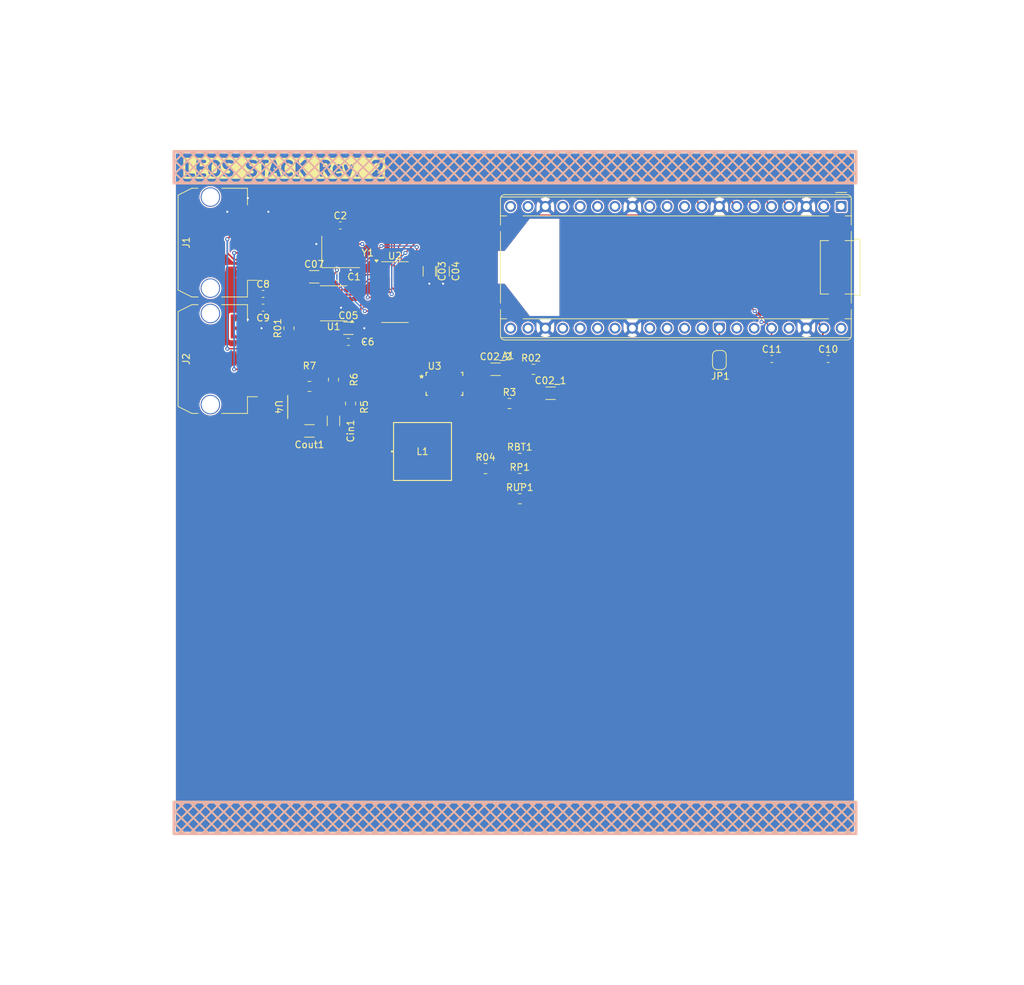
<source format=kicad_pcb>
(kicad_pcb (version 20241229) (generator "pcbnew") (generator_version "9.0")
  (title_block (title "LEOS Stack Template") (date "2025-09-26") (rev "2") (company "Lightning From The Edge of Space"))
  (layers (0 "F.Cu" signal) (2 "B.Cu" signal) (13 "F.Paste" user) (15 "B.Paste" user) (5 "F.SilkS" user "F.Silkscreen") (7 "B.SilkS" user "B.Silkscreen") (1 "F.Mask" user) (3 "B.Mask" user) (25 "Edge.Cuts" user))
  (net 0 "")
  (net 1 "GP14")
  (net 2 "GP21")
  (net 3 "GP20")
  (net 4 "/CAN_SCK")
  (net 5 "UART0_RX")
  (net 6 "GP7")
  (net 7 "GP10")
  (net 8 "GP17")
  (net 9 "ADC2")
  (net 10 "/CAN_MISO")
  (net 11 "UART0_TX")
  (net 12 "I2C0_SCL")
  (net 13 "GND")
  (net 14 "I2C0_SDA")
  (net 16 "VDD")
  (net 17 "GP22")
  (net 18 "RUN")
  (net 20 "GP16")
  (net 21 "GP11")
  (net 22 "GP15")
  (net 23 "Net-(A1-AGND)")
  (net 24 "GP13")
  (net 25 "ADC1")
  (net 26 "GP19")
  (net 27 "GP12")
  (net 28 "ADC0")
  (net 30 "GP18")
  (net 31 "/CAN_INT")
  (net 32 "/CAN_MOSI")
  (net 33 "/CAN_CS")
  (net 34 "+5V")
  (net 35 "/OSC1")
  (net 36 "/OSC2")
  (net 37 "/CAN+")
  (net 38 "/CAN-")
  (net 39 "/RXCAN")
  (net 40 "/TXCAN")
  (net 44 "Net-(U3-VCC)")
  (net 45 "GNDA")
  (net 46 "Net-(U3-BOOT1)")
  (net 47 "Net-(U3-SW1)")
  (net 48 "Net-(U3-SW2)")
  (net 49 "Net-(U3-BOOT2)")
  (net 50 "Net-(U3-COMP)")
  (net 51 "Net-(C06-Pad2)")
  (net 52 "Net-(U3-FSW)")
  (net 53 "Net-(U3-FB{slash}INT)")
  (net 54 "Net-(U3-ISP)")
  (net 56 "VDC")
  (net 57 "Net-(U3-DITH{slash}SYNC)")
  (net 58 "Net-(U3-EN{slash}UVLO)")
  (net 59 "Net-(U3-CDC)")
  (net 60 "+12V")
  (net 61 "/VIN")
  (net 62 "Net-(C06-Pad1)")
  (net 63 "Net-(U4-EN)")
  (net 64 "/FB")
  (net 65 "GNDA2")
  (net 66 "/SW")
  (footprint "Module:RaspberryPi_Pico_Common_THT" (layer "F.Cu") (at 197.62 58.22 -90)
    (property "Reference" "A1" (at 21.78 49.62 0) (layer "F.SilkS") (effects (justify left)))
    (property "Value" "RaspberryPi_Pico")
    (pad "1" thru_hole roundrect (at 0 0 270) (size 1.6 1.6) (drill 1) (layers "*.Cu" "*.Mask") (roundrect_rratio 0.125) (net 11 "UART0_TX"))
    (pad "2" thru_hole circle (at 0 2.54 270) (size 1.6 1.6) (drill 1) (layers "*.Cu" "*.Mask") (net 5 "UART0_RX"))
    (pad "3" thru_hole custom (at 0 5.08 270) (size 1.6 1.6) (drill 1) (layers "*.Cu" "*.Mask") (net 13 "GND") (options (clearance outline) (anchor circle)) (primitives (gr_poly (pts (xy 0.8 0.6) (xy 0.8 -0.6) (xy 0.6 -0.8) (xy 0 -0.8) (xy 0 0.8) (xy 0.6 0.8)) (width 0) (fill yes)) (gr_circle (center 0.6 0.6) (end 0.8 0.6) (width 0) (fill yes)) (gr_circle (center 0.6 -0.6) (end 0.8 -0.6) (width 0) (fill yes))))
    (pad "4" thru_hole circle (at 0 7.62 270) (size 1.6 1.6) (drill 1) (layers "*.Cu" "*.Mask") (net 4 "/CAN_SCK"))
    (pad "5" thru_hole circle (at 0 10.16 270) (size 1.6 1.6) (drill 1) (layers "*.Cu" "*.Mask") (net 32 "/CAN_MOSI"))
    (pad "6" thru_hole circle (at 0 12.7 270) (size 1.6 1.6) (drill 1) (layers "*.Cu" "*.Mask") (net 10 "/CAN_MISO"))
    (pad "7" thru_hole circle (at 0 15.24 270) (size 1.6 1.6) (drill 1) (layers "*.Cu" "*.Mask") (net 33 "/CAN_CS"))
    (pad "8" thru_hole custom (at 0 17.78 270) (size 1.6 1.6) (drill 1) (layers "*.Cu" "*.Mask") (net 13 "GND") (options (clearance outline) (anchor circle)) (primitives (gr_poly (pts (xy 0.8 0.6) (xy 0.8 -0.6) (xy 0.6 -0.8) (xy 0 -0.8) (xy 0 0.8) (xy 0.6 0.8)) (width 0) (fill yes)) (gr_circle (center 0.6 0.6) (end 0.8 0.6) (width 0) (fill yes)) (gr_circle (center 0.6 -0.6) (end 0.8 -0.6) (width 0) (fill yes))))
    (pad "9" thru_hole circle (at 0 20.32 270) (size 1.6 1.6) (drill 1) (layers "*.Cu" "*.Mask") (net 31 "/CAN_INT"))
    (pad "10" thru_hole circle (at 0 22.86 270) (size 1.6 1.6) (drill 1) (layers "*.Cu" "*.Mask") (net 6 "GP7"))
    (pad "11" thru_hole circle (at 0 25.4 270) (size 1.6 1.6) (drill 1) (layers "*.Cu" "*.Mask") (net 14 "I2C0_SDA"))
    (pad "12" thru_hole circle (at 0 27.94 270) (size 1.6 1.6) (drill 1) (layers "*.Cu" "*.Mask") (net 12 "I2C0_SCL"))
    (pad "13" thru_hole custom (at 0 30.48 270) (size 1.6 1.6) (drill 1) (layers "*.Cu" "*.Mask") (net 13 "GND") (options (clearance outline) (anchor circle)) (primitives (gr_poly (pts (xy 0.8 0.6) (xy 0.8 -0.6) (xy 0.6 -0.8) (xy 0 -0.8) (xy 0 0.8) (xy 0.6 0.8)) (width 0) (fill yes)) (gr_circle (center 0.6 0.6) (end 0.8 0.6) (width 0) (fill yes)) (gr_circle (center 0.6 -0.6) (end 0.8 -0.6) (width 0) (fill yes))))
    (pad "14" thru_hole circle (at 0 33.02 270) (size 1.6 1.6) (drill 1) (layers "*.Cu" "*.Mask") (net 7 "GP10"))
    (pad "15" thru_hole circle (at 0 35.56 270) (size 1.6 1.6) (drill 1) (layers "*.Cu" "*.Mask") (net 21 "GP11"))
    (pad "16" thru_hole circle (at 0 38.1 270) (size 1.6 1.6) (drill 1) (layers "*.Cu" "*.Mask") (net 27 "GP12"))
    (pad "17" thru_hole circle (at 0 40.64 270) (size 1.6 1.6) (drill 1) (layers "*.Cu" "*.Mask") (net 24 "GP13"))
    (pad "18" thru_hole custom (at 0 43.18 270) (size 1.6 1.6) (drill 1) (layers "*.Cu" "*.Mask") (net 13 "GND") (options (clearance outline) (anchor circle)) (primitives (gr_poly (pts (xy 0.8 0.6) (xy 0.8 -0.6) (xy 0.6 -0.8) (xy 0 -0.8) (xy 0 0.8) (xy 0.6 0.8)) (width 0) (fill yes)) (gr_circle (center 0.6 0.6) (end 0.8 0.6) (width 0) (fill yes)) (gr_circle (center 0.6 -0.6) (end 0.8 -0.6) (width 0) (fill yes))))
    (pad "19" thru_hole circle (at 0 45.72 270) (size 1.6 1.6) (drill 1) (layers "*.Cu" "*.Mask") (net 1 "GP14"))
    (pad "20" thru_hole circle (at 0 48.26 270) (size 1.6 1.6) (drill 1) (layers "*.Cu" "*.Mask") (net 22 "GP15"))
    (pad "21" thru_hole circle (at 17.78 48.26 270) (size 1.6 1.6) (drill 1) (layers "*.Cu" "*.Mask") (net 20 "GP16"))
    (pad "22" thru_hole circle (at 17.78 45.72 270) (size 1.6 1.6) (drill 1) (layers "*.Cu" "*.Mask") (net 8 "GP17"))
    (pad "23" thru_hole custom (at 17.78 43.18 270) (size 1.6 1.6) (drill 1) (layers "*.Cu" "*.Mask") (net 13 "GND") (options (clearance outline) (anchor circle)) (primitives (gr_poly (pts (xy -0.8 0.6) (xy -0.8 -0.6) (xy -0.6 -0.8) (xy 0 -0.8) (xy 0 0.8) (xy -0.6 0.8)) (width 0) (fill yes)) (gr_circle (center -0.6 0.6) (end -0.4 0.6) (width 0) (fill yes)) (gr_circle (center -0.6 -0.6) (end -0.4 -0.6) (width 0) (fill yes))))
    (pad "24" thru_hole circle (at 17.78 40.64 270) (size 1.6 1.6) (drill 1) (layers "*.Cu" "*.Mask") (net 30 "GP18"))
    (pad "25" thru_hole circle (at 17.78 38.1 270) (size 1.6 1.6) (drill 1) (layers "*.Cu" "*.Mask") (net 26 "GP19"))
    (pad "26" thru_hole circle (at 17.78 35.56 270) (size 1.6 1.6) (drill 1) (layers "*.Cu" "*.Mask") (net 3 "GP20"))
    (pad "27" thru_hole circle (at 17.78 33.02 270) (size 1.6 1.6) (drill 1) (layers "*.Cu" "*.Mask") (net 2 "GP21"))
    (pad "28" thru_hole custom (at 17.78 30.48 270) (size 1.6 1.6) (drill 1) (layers "*.Cu" "*.Mask") (net 13 "GND") (options (clearance outline) (anchor circle)) (primitives (gr_poly (pts (xy -0.8 0.6) (xy -0.8 -0.6) (xy -0.6 -0.8) (xy 0 -0.8) (xy 0 0.8) (xy -0.6 0.8)) (width 0) (fill yes)) (gr_circle (center -0.6 0.6) (end -0.4 0.6) (width 0) (fill yes)) (gr_circle (center -0.6 -0.6) (end -0.4 -0.6) (width 0) (fill yes))))
    (pad "29" thru_hole circle (at 17.78 27.94 270) (size 1.6 1.6) (drill 1) (layers "*.Cu" "*.Mask") (net 17 "GP22"))
    (pad "30" thru_hole circle (at 17.78 25.4 270) (size 1.6 1.6) (drill 1) (layers "*.Cu" "*.Mask") (net 18 "RUN"))
    (pad "31" thru_hole circle (at 17.78 22.86 270) (size 1.6 1.6) (drill 1) (layers "*.Cu" "*.Mask") (net 28 "ADC0"))
    (pad "32" thru_hole circle (at 17.78 20.32 270) (size 1.6 1.6) (drill 1) (layers "*.Cu" "*.Mask") (net 25 "ADC1"))
    (pad "33" thru_hole custom (at 17.78 17.78 270) (size 1.6 1.6) (drill 1) (layers "*.Cu" "*.Mask") (net 23 "Net-(A1-AGND)") (options (clearance outline) (anchor circle)) (primitives (gr_poly (pts (xy -0.8 0.6) (xy -0.8 -0.6) (xy -0.6 -0.8) (xy 0 -0.8) (xy 0 0.8) (xy -0.6 0.8)) (width 0) (fill yes)) (gr_circle (center -0.6 0.6) (end -0.4 0.6) (width 0) (fill yes)) (gr_circle (center -0.6 -0.6) (end -0.4 -0.6) (width 0) (fill yes))))
    (pad "34" thru_hole circle (at 17.78 15.24 270) (size 1.6 1.6) (drill 1) (layers "*.Cu" "*.Mask") (net 9 "ADC2"))
    (pad "35" thru_hole circle (at 17.78 12.7 270) (size 1.6 1.6) (drill 1) (layers "*.Cu" "*.Mask"))
    (pad "36" thru_hole circle (at 17.78 10.16 270) (size 1.6 1.6) (drill 1) (layers "*.Cu" "*.Mask") (net 16 "VDD"))
    (pad "37" thru_hole circle (at 17.78 7.62 270) (size 1.6 1.6) (drill 1) (layers "*.Cu" "*.Mask"))
    (pad "38" thru_hole custom (at 17.78 5.08 270) (size 1.6 1.6) (drill 1) (layers "*.Cu" "*.Mask") (net 13 "GND") (options (clearance outline) (anchor circle)) (primitives (gr_poly (pts (xy -0.8 0.6) (xy -0.8 -0.6) (xy -0.6 -0.8) (xy 0 -0.8) (xy 0 0.8) (xy -0.6 0.8)) (width 0) (fill yes)) (gr_circle (center -0.6 0.6) (end -0.4 0.6) (width 0) (fill yes)) (gr_circle (center -0.6 -0.6) (end -0.4 -0.6) (width 0) (fill yes))))
    (pad "39" thru_hole circle (at 17.78 2.54 270) (size 1.6 1.6) (drill 1) (layers "*.Cu" "*.Mask") (net 34 "+5V"))
    (pad "40" thru_hole circle (at 17.78 0 270) (size 1.6 1.6) (drill 1) (layers "*.Cu" "*.Mask"))
    (zone (net 0) (net_name "") (layers "F.Cu" "B.Cu" "F.Paste" "B.Paste") (name "Antenna Copper Keep Out") (connect_pads (clearance 0)) (min_thickness 0.254)
      (keepout (tracks not_allowed) (vias not_allowed) (pads not_allowed) (copperpour not_allowed) (footprints allowed))
      (fill (thermal_gap 0.508) (thermal_bridge_width 0.508))
      (polygon (pts (xy 148.500105 64.71) (xy 152.150105 60.01) (xy 156.49 60.01) (xy 156.49 74.21) (xy 152.150105 74.21) (xy 148.500105 69.51) (xy 147.49 69.51) (xy 147.49 64.71)))
    )
  )
  (footprint "Package_SO:SOIC-14_3.9x8.7mm_P1.27mm" (layer "F.Cu") (at 132.475 70.73)
    (property "Reference" "U2" (at 0 -5.28 0) (layer "F.SilkS"))
    (property "Value" "MCP2518FD")
    (pad "1" smd roundrect (at -2.475 -3.81) (size 1.95 0.6) (layers "F.Cu" "F.Mask" "F.Paste") (net 40 "/TXCAN"))
    (pad "2" smd roundrect (at -2.475 -2.54) (size 1.95 0.6) (layers "F.Cu" "F.Mask" "F.Paste") (net 39 "/RXCAN"))
    (pad "3" smd roundrect (at -2.475 -1.27) (size 1.95 0.6) (layers "F.Cu" "F.Mask" "F.Paste"))
    (pad "4" smd roundrect (at -2.475 0) (size 1.95 0.6) (layers "F.Cu" "F.Mask" "F.Paste") (net 31 "/CAN_INT"))
    (pad "5" smd roundrect (at -2.475 1.27) (size 1.95 0.6) (layers "F.Cu" "F.Mask" "F.Paste") (net 36 "/OSC2"))
    (pad "6" smd roundrect (at -2.475 2.54) (size 1.95 0.6) (layers "F.Cu" "F.Mask" "F.Paste") (net 35 "/OSC1"))
    (pad "7" smd roundrect (at -2.475 3.81) (size 1.95 0.6) (layers "F.Cu" "F.Mask" "F.Paste") (net 13 "GND"))
    (pad "8" smd roundrect (at 2.475 3.81) (size 1.95 0.6) (layers "F.Cu" "F.Mask" "F.Paste"))
    (pad "9" smd roundrect (at 2.475 2.54) (size 1.95 0.6) (layers "F.Cu" "F.Mask" "F.Paste"))
    (pad "10" smd roundrect (at 2.475 1.27) (size 1.95 0.6) (layers "F.Cu" "F.Mask" "F.Paste") (net 4 "/CAN_SCK"))
    (pad "11" smd roundrect (at 2.475 0) (size 1.95 0.6) (layers "F.Cu" "F.Mask" "F.Paste") (net 32 "/CAN_MOSI"))
    (pad "12" smd roundrect (at 2.475 -1.27) (size 1.95 0.6) (layers "F.Cu" "F.Mask" "F.Paste") (net 10 "/CAN_MISO"))
    (pad "13" smd roundrect (at 2.475 -2.54) (size 1.95 0.6) (layers "F.Cu" "F.Mask" "F.Paste") (net 33 "/CAN_CS"))
    (pad "14" smd roundrect (at 2.475 -3.81) (size 1.95 0.6) (layers "F.Cu" "F.Mask" "F.Paste") (net 16 "VDD"))
  )
  (footprint "Resistor_SMD:R_0805_2012Metric_Pad1.20x1.40mm_HandSolder" (layer "F.Cu") (at 150.69965 97.95)
    (property "Reference" "RP1" (at 0 -1.65 0) (layer "F.SilkS"))
    (property "Value" "10k")
    (pad "1" smd roundrect (at -1 0) (size 1.2 1.4) (layers "F.Cu" "F.Mask" "F.Paste") (roundrect_rratio 0.208333) (net 56 "VDC"))
    (pad "2" smd roundrect (at 1 0) (size 1.2 1.4) (layers "F.Cu" "F.Mask" "F.Paste") (roundrect_rratio 0.208333) (net 58 "Net-(U3-EN{slash}UVLO)"))
  )
  (footprint "Capacitor_SMD:C_1206_3216Metric" (layer "F.Cu") (at 123.5 89.525 -90)
    (property "Reference" "Cin1" (at 1.475 -2.5 90) (layer "F.SilkS"))
    (property "Value" "10uF")
    (pad "1" smd roundrect (at -1.475 0 270) (size 1.15 1.8) (layers "F.Cu" "F.Mask" "F.Paste") (roundrect_rratio 0.217391) (net 61 "/VIN"))
    (pad "2" smd roundrect (at 1.475 0 270) (size 1.15 1.8) (layers "F.Cu" "F.Mask" "F.Paste") (roundrect_rratio 0.217391) (net 13 "GND"))
  )
  (footprint "Resistor_SMD:R_0805_2012Metric_Pad1.20x1.40mm_HandSolder" (layer "F.Cu") (at 152.69965 82)
    (property "Reference" "R02" (at -0.3487 -1.6427 0) (layer "F.SilkS"))
    (property "Value" "20k")
    (pad "1" smd roundrect (at -1 0) (size 1.2 1.4) (layers "F.Cu" "F.Mask" "F.Paste") (roundrect_rratio 0.208333) (net 59 "Net-(U3-CDC)"))
    (pad "2" smd roundrect (at 1 0) (size 1.2 1.4) (layers "F.Cu" "F.Mask" "F.Paste") (roundrect_rratio 0.208333) (net 45 "GNDA"))
  )
  (footprint "Capacitor_SMD:C_1206_3216Metric" (layer "F.Cu") (at 120.68 68.5)
    (property "Reference" "C07" (at 0 -1.85 0) (layer "F.SilkS"))
    (property "Value" "36.5nF")
    (pad "1" smd roundrect (at -1.475 0) (size 1.15 1.8) (layers "F.Cu" "F.Mask" "F.Paste") (roundrect_rratio 0.217391) (net 50 "Net-(U3-COMP)"))
    (pad "2" smd roundrect (at 1.475 0) (size 1.15 1.8) (layers "F.Cu" "F.Mask" "F.Paste") (roundrect_rratio 0.217391) (net 51 "Net-(C06-Pad2)"))
  )
  (footprint "Connector_Molex:Molex_Micro-Fit_3.0_43650-0410_1x04-1MP_P3.00mm_Horizontal_PnP" (layer "F.Cu") (at 105.88 80.5 90)
    (property "Reference" "J2" (at 0 -3.88 90) (layer "F.SilkS"))
    (property "Value" "MicroFit_1x4")
    (pad "1" smd rect (at -4.5 5.12 90) (size 1.27 2.92) (layers "F.Cu" "F.Mask" "F.Paste") (net 34 "+5V"))
    (pad "2" smd rect (at -1.5 5.12 90) (size 1.27 2.92) (layers "F.Cu" "F.Mask" "F.Paste") (net 37 "/CAN+"))
    (pad "3" smd rect (at 1.5 5.12 90) (size 1.27 2.92) (layers "F.Cu" "F.Mask" "F.Paste") (net 38 "/CAN-"))
    (pad "4" smd rect (at 4.5 5.12 90) (size 1.27 2.92) (layers "F.Cu" "F.Mask" "F.Paste") (net 13 "GND"))
    (pad "MP" thru_hole circle (at -6.65 -0.35 90) (size 2.84 2.84) (drill 2.54) (property pad_prop_heatsink) (layers "*.Cu" "*.Mask"))
    (pad "MP" thru_hole circle (at 6.65 -0.35 90) (size 2.84 2.84) (drill 2.54) (property pad_prop_heatsink) (layers "*.Cu" "*.Mask"))
  )
  (footprint "LEOS:VQFN21_RYQ_TEX" (layer "F.Cu") (at 139.699146 84.1254)
    (property "Reference" "U3" (at -1.4351 -2.5938 0) (layer "F.SilkS"))
    (property "Value" "TPS55287" (hide yes))
    (fp_poly (pts (xy -0.127 -1.698803) (xy -0.127 -1.1811) (xy -0.1651 -1.1811) (xy -0.1651 1.1811) (xy -0.127 1.1811) (xy -0.127 1.6988) (xy 0.127 1.698803) (xy 0.127 1.1811) (xy 0.1651 1.1811) (xy 0.1651 -1.1811) (xy 0.127 -1.1811) (xy 0.127 -1.698803)) (fill yes) (layer "F.Cu"))
    (fp_text user "*" (at -3.339846 -0.750189 0) (layer "F.SilkS"))
    (fp_text user "*" (at -3.339846 -0.750189 0) (layer "F.SilkS"))
    (pad "1" smd rect (at -2.400046 -0.750189) (size 0.6096 0.254) (layers "F.Cu" "F.Mask" "F.Paste") (net 58 "Net-(U3-EN{slash}UVLO)"))
    (pad "2" smd rect (at -2.400046 -0.250063) (size 0.6096 0.254) (layers "F.Cu" "F.Mask" "F.Paste") (net 13 "GND"))
    (pad "3" smd rect (at -2.400046 0.250063) (size 0.6096 0.254) (layers "F.Cu" "F.Mask" "F.Paste") (net 12 "I2C0_SCL"))
    (pad "4" smd rect (at -2.400046 0.750189) (size 0.6096 0.254) (layers "F.Cu" "F.Mask" "F.Paste") (net 14 "I2C0_SDA"))
    (pad "5" smd rect (at -2.000504 1.3746) (size 0.254 0.6604) (layers "F.Cu" "F.Mask" "F.Paste") (net 57 "Net-(U3-DITH{slash}SYNC)"))
    (pad "6" smd rect (at -1.500378 1.4 90) (size 0.6096 0.254) (layers "F.Cu" "F.Mask" "F.Paste") (net 52 "Net-(U3-FSW)"))
    (pad "7" smd rect (at -1.000252 -0.003) (size 0.254 3.4036) (layers "F.Cu" "F.Mask" "F.Paste") (net 56 "VDC"))
    (pad "8" smd rect (at -0.500126 -0.003) (size 0.254 3.4036) (layers "F.Cu" "F.Mask" "F.Paste") (net 47 "Net-(U3-SW1)"))
    (pad "9" smd rect (at 0 -0.003) (size 0.127 0.127) (layers "F.Cu" "F.Mask" "F.Paste") (net 13 "GND"))
    (pad "10" smd rect (at 0.500126 -0.003) (size 0.254 3.4036) (layers "F.Cu" "F.Mask" "F.Paste") (net 48 "Net-(U3-SW2)"))
    (pad "11" smd rect (at 1.000252 -0.003) (size 0.254 3.4036) (layers "F.Cu" "F.Mask" "F.Paste") (net 54 "Net-(U3-ISP)"))
    (pad "12" smd rect (at 1.500378 1.4 90) (size 0.6096 0.254) (layers "F.Cu" "F.Mask" "F.Paste") (net 54 "Net-(U3-ISP)"))
    (pad "13" smd rect (at 2.000504 1.3746) (size 0.254 0.6604) (layers "F.Cu" "F.Mask" "F.Paste") (net 60 "+12V"))
    (pad "14" smd rect (at 2.400046 0.750189) (size 0.6096 0.254) (layers "F.Cu" "F.Mask" "F.Paste") (net 53 "Net-(U3-FB{slash}INT)"))
    (pad "15" smd rect (at 2.400046 0.250063) (size 0.6096 0.254) (layers "F.Cu" "F.Mask" "F.Paste") (net 50 "Net-(U3-COMP)"))
    (pad "16" smd rect (at 2.400046 -0.250063) (size 0.6096 0.254) (layers "F.Cu" "F.Mask" "F.Paste") (net 59 "Net-(U3-CDC)"))
    (pad "17" smd rect (at 2.400046 -0.750189) (size 0.6096 0.254) (layers "F.Cu" "F.Mask" "F.Paste") (net 45 "GNDA"))
    (pad "18" smd rect (at 2.000504 -1.3746) (size 0.254 0.6604) (layers "F.Cu" "F.Mask" "F.Paste") (net 44 "Net-(U3-VCC)"))
    (pad "19" smd rect (at 1.500378 -1.4 90) (size 0.6096 0.254) (layers "F.Cu" "F.Mask" "F.Paste") (net 49 "Net-(U3-BOOT2)"))
    (pad "20" smd rect (at -1.500378 -1.4 90) (size 0.6096 0.254) (layers "F.Cu" "F.Mask" "F.Paste") (net 46 "Net-(U3-BOOT1)"))
    (pad "21" smd rect (at -2.000504 -1.3746) (size 0.254 0.6604) (layers "F.Cu" "F.Mask" "F.Paste"))
  )
  (footprint "Package_SO:SOIC-8_3.9x4.9mm_P1.27mm" (layer "F.Cu") (at 123.525 72.365 180)
    (property "Reference" "U1" (at 0 -3.4 0) (layer "F.SilkS"))
    (property "Value" "MCP2562FD")
    (pad "1" smd roundrect (at -2.475 -1.905 180) (size 1.95 0.6) (layers "F.Cu" "F.Mask" "F.Paste") (net 40 "/TXCAN"))
    (pad "2" smd roundrect (at -2.475 -0.635 180) (size 1.95 0.6) (layers "F.Cu" "F.Mask" "F.Paste") (net 13 "GND"))
    (pad "3" smd roundrect (at -2.475 0.635 180) (size 1.95 0.6) (layers "F.Cu" "F.Mask" "F.Paste") (net 34 "+5V"))
    (pad "4" smd roundrect (at -2.475 1.905 180) (size 1.95 0.6) (layers "F.Cu" "F.Mask" "F.Paste") (net 39 "/RXCAN"))
    (pad "5" smd roundrect (at 2.475 1.905 180) (size 1.95 0.6) (layers "F.Cu" "F.Mask" "F.Paste") (net 16 "VDD"))
    (pad "6" smd roundrect (at 2.475 0.635 180) (size 1.95 0.6) (layers "F.Cu" "F.Mask" "F.Paste") (net 38 "/CAN-"))
    (pad "7" smd roundrect (at 2.475 -0.635 180) (size 1.95 0.6) (layers "F.Cu" "F.Mask" "F.Paste") (net 37 "/CAN+"))
    (pad "8" smd roundrect (at 2.475 -1.905 180) (size 1.95 0.6) (layers "F.Cu" "F.Mask" "F.Paste") (net 13 "GND"))
  )
  (footprint "Capacitor_SMD:C_0603_1608Metric" (layer "F.Cu") (at 124 68.5)
    (property "Reference" "C1" (at 2.5 0 0) (layer "F.SilkS"))
    (property "Value" "12pF")
    (pad "1" smd roundrect (at -0.775 0) (size 0.9 0.95) (layers "F.Cu" "F.Mask" "F.Paste") (net 35 "/OSC1"))
    (pad "2" smd roundrect (at 0.775 0) (size 0.9 0.95) (layers "F.Cu" "F.Mask" "F.Paste") (net 13 "GND"))
  )
  (footprint "Resistor_SMD:R_0805_2012Metric_Pad1.20x1.40mm_HandSolder" (layer "F.Cu") (at 123.5 83.5 -90)
    (property "Reference" "R6" (at 0 -3 90) (layer "F.SilkS"))
    (property "Value" "100k")
    (pad "1" smd roundrect (at -1 0 270) (size 1.2 1.4) (layers "F.Cu" "F.Mask" "F.Paste") (roundrect_rratio 0.208333) (net 34 "+5V"))
    (pad "2" smd roundrect (at 1 0 270) (size 1.2 1.4) (layers "F.Cu" "F.Mask" "F.Paste") (roundrect_rratio 0.208333) (net 64 "/FB"))
  )
  (footprint "LEOS:IC18_MPM3620AGQV-Z_MNP" (layer "F.Cu") (at 119.5 87.5 -90)
    (property "Reference" "U4" (at 0 4 270) (layer "F.SilkS"))
    (property "Value" "MPM3620A")
    (pad "1" smd rect (at -1.440439 -1.55001 270) (size 0.7112 0.254) (layers "F.Cu" "F.Mask" "F.Paste") (net 64 "/FB"))
    (pad "2" smd rect (at -1.250061 -0.900015) (size 0.254 1.0922) (layers "F.Cu" "F.Mask" "F.Paste"))
    (pad "3" smd rect (at -1.250061 -0.250015) (size 0.254 1.0922) (layers "F.Cu" "F.Mask" "F.Paste") (net 65 "GNDA2"))
    (pad "4" smd rect (at -1.25 0.399984 270) (size 1.0922 0.254) (layers "F.Cu" "F.Mask" "F.Paste") (net 66 "/SW"))
    (pad "5" smd rect (at -1.25 1.249985 270) (size 1.0922 0.254) (layers "F.Cu" "F.Mask" "F.Paste") (net 66 "/SW"))
    (pad "6" smd rect (at -1.25 2.099986 270) (size 1.0922 0.254) (layers "F.Cu" "F.Mask" "F.Paste") (net 66 "/SW"))
    (pad "7" smd rect (at 1.25 2.099986 270) (size 1.0922 0.254) (layers "F.Cu" "F.Mask" "F.Paste") (net 34 "+5V"))
    (pad "8" smd rect (at 1.25 1.249985 270) (size 1.0922 0.254) (layers "F.Cu" "F.Mask" "F.Paste") (net 34 "+5V"))
    (pad "9" smd rect (at 1.25 0.399984 270) (size 1.0922 0.254) (layers "F.Cu" "F.Mask" "F.Paste") (net 34 "+5V"))
    (pad "10" smd rect (at 1.250061 -0.250015) (size 0.254 1.0922) (layers "F.Cu" "F.Mask" "F.Paste"))
    (pad "11" smd rect (at 1.250061 -0.900015) (size 0.254 1.0922) (layers "F.Cu" "F.Mask" "F.Paste"))
    (pad "12" smd rect (at 1.440561 -1.55001 270) (size 0.7112 0.254) (layers "F.Cu" "F.Mask" "F.Paste") (net 13 "GND"))
    (pad "13" smd rect (at 1.25 -2.444394) (size 0.7112 0.254) (layers "F.Cu" "F.Mask" "F.Paste") (net 13 "GND"))
    (pad "14" smd rect (at 0.75 -2.444394) (size 0.7112 0.254) (layers "F.Cu" "F.Mask" "F.Paste") (net 13 "GND"))
    (pad "15" smd rect (at 0.25 -2.253894) (size 1.0922 0.254) (layers "F.Cu" "F.Mask" "F.Paste"))
    (pad "16" smd rect (at -0.25 -2.253894) (size 1.0922 0.254) (layers "F.Cu" "F.Mask" "F.Paste") (net 61 "/VIN"))
    (pad "17" smd rect (at -0.75 -2.444394) (size 0.7112 0.254) (layers "F.Cu" "F.Mask" "F.Paste") (net 63 "Net-(U4-EN)"))
    (pad "18" smd rect (at -1.25 -2.444394) (size 0.7112 0.254) (layers "F.Cu" "F.Mask" "F.Paste"))
    (pad "19" smd rect (at -0.25 -0.578206 270) (size 0.3048 0.4064) (layers "F.Cu" "F.Mask" "F.Paste"))
    (pad "20" smd rect (at 0.25 -0.578206 270) (size 0.3048 0.4064) (layers "F.Cu" "F.Mask" "F.Paste"))
    (pad "21" smd rect (at -1.009 1.25 270) (size 0.6096 1.9558) (layers "F.Cu" "F.Mask" "F.Paste") (net 66 "/SW"))
    (pad "22" smd rect (at 1.00885 1.250442 270) (size 0.6099 1.954916) (layers "F.Cu" "F.Mask" "F.Paste") (net 34 "+5V"))
  )
  (footprint "Resistor_SMD:R_0805_2012Metric_Pad1.20x1.40mm_HandSolder" (layer "F.Cu") (at 150.69965 95)
    (property "Reference" "RBT1" (at 0 -1.65 0) (layer "F.SilkS"))
    (property "Value" "11.1k")
    (pad "1" smd roundrect (at -1 0) (size 1.2 1.4) (layers "F.Cu" "F.Mask" "F.Paste") (roundrect_rratio 0.208333) (net 45 "GNDA"))
    (pad "2" smd roundrect (at 1 0) (size 1.2 1.4) (layers "F.Cu" "F.Mask" "F.Paste") (roundrect_rratio 0.208333) (net 53 "Net-(U3-FB{slash}INT)"))
  )
  (footprint "Resistor_SMD:R_0805_2012Metric_Pad1.20x1.40mm_HandSolder" (layer "F.Cu") (at 149.19965 87)
    (property "Reference" "R3" (at 0 -1.65 0) (layer "F.SilkS"))
    (property "Value" "7.23k")
    (pad "1" smd roundrect (at -1 0) (size 1.2 1.4) (layers "F.Cu" "F.Mask" "F.Paste") (roundrect_rratio 0.208333) (net 50 "Net-(U3-COMP)"))
    (pad "2" smd roundrect (at 1 0) (size 1.2 1.4) (layers "F.Cu" "F.Mask" "F.Paste") (roundrect_rratio 0.208333) (net 62 "Net-(C06-Pad1)"))
  )
  (footprint "Capacitor_SMD:C_0603_1608Metric" (layer "F.Cu") (at 113.225 71)
    (property "Reference" "C8" (at 0 -1.43 0) (layer "F.SilkS"))
    (property "Value" "47uF")
    (pad "1" smd roundrect (at -0.775 0) (size 0.9 0.95) (layers "F.Cu" "F.Mask" "F.Paste") (net 34 "+5V"))
    (pad "2" smd roundrect (at 0.775 0) (size 0.9 0.95) (layers "F.Cu" "F.Mask" "F.Paste") (net 13 "GND"))
  )
  (footprint "Capacitor_SMD:C_0603_1608Metric" (layer "F.Cu") (at 125.68 78)
    (property "Reference" "C6" (at 2.82 0 0) (layer "F.SilkS"))
    (property "Value" "1uF")
    (pad "1" smd roundrect (at -0.775 0) (size 0.9 0.95) (layers "F.Cu" "F.Mask" "F.Paste") (net 34 "+5V"))
    (pad "2" smd roundrect (at 0.775 0) (size 0.9 0.95) (layers "F.Cu" "F.Mask" "F.Paste") (net 13 "GND"))
  )
  (footprint "LEOS:IND_TAIYO_NRS8030_TAY" (layer "F.Cu") (at 136.5 94)
    (property "Reference" "L1" (at 0 0 0) (layer "F.SilkS"))
    (property "Value" "10uH")
    (pad "1" smd rect (at -2.80035 0) (size 1.7907 7.493) (layers "F.Cu" "F.Mask" "F.Paste") (net 47 "Net-(U3-SW1)"))
    (pad "2" smd rect (at 2.80035 0) (size 1.7907 7.493) (layers "F.Cu" "F.Mask" "F.Paste") (net 48 "Net-(U3-SW2)"))
    (zone (net 0) (net_name "") (layer "F.Cu") (connect_pads (clearance 0)) (min_thickness 0.254)
      (keepout (tracks not_allowed) (vias not_allowed) (pads allowed) (copperpour not_allowed) (footprints allowed))
      (fill (thermal_gap 0.508) (thermal_bridge_width 0.508))
      (polygon (pts (xy 134.6458 89.9487) (xy 138.3542 89.9487) (xy 138.3542 98.0513) (xy 134.6458 98.0513)))
    )
  )
  (footprint "Capacitor_SMD:C_1206_3216Metric" (layer "F.Cu") (at 139.5 67.68 -90)
    (property "Reference" "C04" (at 0 -1.85 270) (layer "F.SilkS"))
    (property "Value" "0.1uF")
    (pad "1" smd roundrect (at -1.475 0 270) (size 1.15 1.8) (layers "F.Cu" "F.Mask" "F.Paste") (roundrect_rratio 0.217391) (net 47 "Net-(U3-SW1)"))
    (pad "2" smd roundrect (at 1.475 0 270) (size 1.15 1.8) (layers "F.Cu" "F.Mask" "F.Paste") (roundrect_rratio 0.217391) (net 46 "Net-(U3-BOOT1)"))
  )
  (footprint "Capacitor_SMD:C_1206_3216Metric" (layer "F.Cu") (at 137.5 67.68 -90)
    (property "Reference" "C03" (at 0 -1.85 270) (layer "F.SilkS"))
    (property "Value" "4.7uF")
    (pad "1" smd roundrect (at -1.475 0 270) (size 1.15 1.8) (layers "F.Cu" "F.Mask" "F.Paste") (roundrect_rratio 0.217391) (net 44 "Net-(U3-VCC)"))
    (pad "2" smd roundrect (at 1.475 0 270) (size 1.15 1.8) (layers "F.Cu" "F.Mask" "F.Paste") (roundrect_rratio 0.217391) (net 45 "GNDA"))
  )
  (footprint "Capacitor_SMD:C_1206_3216Metric" (layer "F.Cu") (at 147.17465 82)
    (property "Reference" "C02_2" (at 0 -1.85 0) (layer "F.SilkS"))
    (property "Value" "22uF")
    (pad "1" smd roundrect (at -1.475 0) (size 1.15 1.8) (layers "F.Cu" "F.Mask" "F.Paste") (roundrect_rratio 0.217391) (net 13 "GND"))
    (pad "2" smd roundrect (at 1.475 0) (size 1.15 1.8) (layers "F.Cu" "F.Mask" "F.Paste") (roundrect_rratio 0.217391) (net 54 "Net-(U3-ISP)"))
  )
  (footprint "Resistor_SMD:R_0805_2012Metric_Pad1.20x1.40mm_HandSolder" (layer "F.Cu") (at 145.69965 96.5)
    (property "Reference" "R04" (at 0 -1.65 0) (layer "F.SilkS"))
    (property "Value" "16m")
    (pad "1" smd roundrect (at -1 0) (size 1.2 1.4) (layers "F.Cu" "F.Mask" "F.Paste") (roundrect_rratio 0.208333) (net 54 "Net-(U3-ISP)"))
    (pad "2" smd roundrect (at 1 0) (size 1.2 1.4) (layers "F.Cu" "F.Mask" "F.Paste") (roundrect_rratio 0.208333) (net 60 "+12V"))
  )
  (footprint "Capacitor_SMD:C_1206_3216Metric" (layer "F.Cu") (at 120 91)
    (property "Reference" "Cout1" (at 0 2 0) (layer "F.SilkS"))
    (property "Value" "22uF")
    (pad "1" smd roundrect (at -1.475 0) (size 1.15 1.8) (layers "F.Cu" "F.Mask" "F.Paste") (roundrect_rratio 0.217391) (net 34 "+5V"))
    (pad "2" smd roundrect (at 1.475 0) (size 1.15 1.8) (layers "F.Cu" "F.Mask" "F.Paste") (roundrect_rratio 0.217391) (net 13 "GND"))
  )
  (footprint "Capacitor_SMD:C_0603_1608Metric" (layer "F.Cu") (at 113.225 73)
    (property "Reference" "C9" (at 0 1.5 0) (layer "F.SilkS"))
    (property "Value" "0.1uF")
    (pad "1" smd roundrect (at -0.775 0) (size 0.9 0.95) (layers "F.Cu" "F.Mask" "F.Paste") (net 34 "+5V"))
    (pad "2" smd roundrect (at 0.775 0) (size 0.9 0.95) (layers "F.Cu" "F.Mask" "F.Paste") (net 13 "GND"))
  )
  (footprint "Crystal:Crystal_SMD_3225-4Pin_3.2x2.5mm_HandSoldering" (layer "F.Cu") (at 124.55 64.85)
    (property "Reference" "Y1" (at 3.95 0.15 0) (layer "F.SilkS"))
    (property "Value" "40 MHz")
    (pad "1" smd roundrect (at -1.45 1.15) (size 2.1 1.8) (layers "F.Cu" "F.Mask" "F.Paste") (roundrect_rratio 0.138889) (net 35 "/OSC1"))
    (pad "2" smd roundrect (at 1.45 1.15) (size 2.1 1.8) (layers "F.Cu" "F.Mask" "F.Paste") (roundrect_rratio 0.138889) (net 13 "GND"))
    (pad "3" smd roundrect (at 1.45 -1.15) (size 2.1 1.8) (layers "F.Cu" "F.Mask" "F.Paste") (roundrect_rratio 0.138889) (net 36 "/OSC2"))
    (pad "4" smd roundrect (at -1.45 -1.15) (size 2.1 1.8) (layers "F.Cu" "F.Mask" "F.Paste") (roundrect_rratio 0.138889) (net 13 "GND"))
  )
  (footprint "Capacitor_SMD:C_0603_1608Metric" (layer "F.Cu") (at 124.5 61)
    (property "Reference" "C2" (at 0 -1.43 0) (layer "F.SilkS"))
    (property "Value" "12pF")
    (pad "1" smd roundrect (at -0.775 0) (size 0.9 0.95) (layers "F.Cu" "F.Mask" "F.Paste") (net 13 "GND"))
    (pad "2" smd roundrect (at 0.775 0) (size 0.9 0.95) (layers "F.Cu" "F.Mask" "F.Paste") (net 36 "/OSC2"))
  )
  (footprint "Resistor_SMD:R_0805_2012Metric_Pad1.20x1.40mm_HandSolder" (layer "F.Cu") (at 150.69965 100.9)
    (property "Reference" "RUP1" (at 0 -1.65 0) (layer "F.SilkS"))
    (property "Value" "100k")
    (pad "1" smd roundrect (at -1 0) (size 1.2 1.4) (layers "F.Cu" "F.Mask" "F.Paste") (roundrect_rratio 0.208333) (net 53 "Net-(U3-FB{slash}INT)"))
    (pad "2" smd roundrect (at 1 0) (size 1.2 1.4) (layers "F.Cu" "F.Mask" "F.Paste") (roundrect_rratio 0.208333) (net 60 "+12V"))
  )
  (footprint "Capacitor_SMD:C_0603_1608Metric" (layer "F.Cu") (at 195.725 80.5)
    (property "Reference" "C10" (at 0 -1.43 0) (layer "F.SilkS"))
    (property "Value" "0.1uF")
    (pad "1" smd roundrect (at -0.775 0) (size 0.9 0.95) (layers "F.Cu" "F.Mask" "F.Paste") (net 34 "+5V"))
    (pad "2" smd roundrect (at 0.775 0) (size 0.9 0.95) (layers "F.Cu" "F.Mask" "F.Paste") (net 13 "GND"))
  )
  (footprint "Resistor_SMD:R_0805_2012Metric_Pad1.20x1.40mm_HandSolder" (layer "F.Cu") (at 117 76 90)
    (property "Reference" "R01" (at 0 -1.65 90) (layer "F.SilkS"))
    (property "Value" "9.3k")
    (pad "1" smd roundrect (at -1 0 90) (size 1.2 1.4) (layers "F.Cu" "F.Mask" "F.Paste") (roundrect_rratio 0.208333) (net 52 "Net-(U3-FSW)"))
    (pad "2" smd roundrect (at 1 0 90) (size 1.2 1.4) (layers "F.Cu" "F.Mask" "F.Paste") (roundrect_rratio 0.208333) (net 45 "GNDA"))
  )
  (footprint "Connector_Molex:Molex_Micro-Fit_3.0_43650-0410_1x04-1MP_P3.00mm_Horizontal_PnP" (layer "F.Cu") (at 105.88 63.5 90)
    (property "Reference" "J1" (at 0 -3.88 90) (layer "F.SilkS"))
    (property "Value" "MicroFit_1x4")
    (pad "1" smd rect (at -4.5 5.12 90) (size 1.27 2.92) (layers "F.Cu" "F.Mask" "F.Paste") (net 34 "+5V"))
    (pad "2" smd rect (at -1.5 5.12 90) (size 1.27 2.92) (layers "F.Cu" "F.Mask" "F.Paste") (net 37 "/CAN+"))
    (pad "3" smd rect (at 1.5 5.12 90) (size 1.27 2.92) (layers "F.Cu" "F.Mask" "F.Paste") (net 38 "/CAN-"))
    (pad "4" smd rect (at 4.5 5.12 90) (size 1.27 2.92) (layers "F.Cu" "F.Mask" "F.Paste") (net 13 "GND"))
    (pad "MP" thru_hole circle (at -6.65 -0.35 90) (size 2.84 2.84) (drill 2.54) (property pad_prop_heatsink) (layers "*.Cu" "*.Mask"))
    (pad "MP" thru_hole circle (at 6.65 -0.35 90) (size 2.84 2.84) (drill 2.54) (property pad_prop_heatsink) (layers "*.Cu" "*.Mask"))
  )
  (footprint "Capacitor_SMD:C_0603_1608Metric" (layer "F.Cu") (at 187.5 80.5)
    (property "Reference" "C11" (at 0 -1.43 0) (layer "F.SilkS"))
    (property "Value" "10uF")
    (pad "1" smd roundrect (at -0.775 0) (size 0.9 0.95) (layers "F.Cu" "F.Mask" "F.Paste") (net 16 "VDD"))
    (pad "2" smd roundrect (at 0.775 0) (size 0.9 0.95) (layers "F.Cu" "F.Mask" "F.Paste") (net 13 "GND"))
  )
  (footprint "Resistor_SMD:R_0805_2012Metric_Pad1.20x1.40mm_HandSolder" (layer "F.Cu") (at 120 84.5 180)
    (property "Reference" "R7" (at 0 3 0) (layer "F.SilkS"))
    (property "Value" "19.1k")
    (pad "1" smd roundrect (at -1 0 180) (size 1.2 1.4) (layers "F.Cu" "F.Mask" "F.Paste") (roundrect_rratio 0.208333) (net 64 "/FB"))
    (pad "2" smd roundrect (at 1 0 180) (size 1.2 1.4) (layers "F.Cu" "F.Mask" "F.Paste") (roundrect_rratio 0.208333) (net 65 "GNDA2"))
  )
  (footprint "Capacitor_SMD:C_1206_3216Metric" (layer "F.Cu") (at 155.19965 85.5)
    (property "Reference" "C02_1" (at 0 -1.85 0) (layer "F.SilkS"))
    (property "Value" "22uF")
    (pad "1" smd roundrect (at -1.475 0) (size 1.15 1.8) (layers "F.Cu" "F.Mask" "F.Paste") (roundrect_rratio 0.217391) (net 13 "GND"))
    (pad "2" smd roundrect (at 1.475 0) (size 1.15 1.8) (layers "F.Cu" "F.Mask" "F.Paste") (roundrect_rratio 0.217391) (net 54 "Net-(U3-ISP)"))
  )
  (footprint "Resistor_SMD:R_0805_2012Metric_Pad1.20x1.40mm_HandSolder" (layer "F.Cu") (at 126 87 90)
    (property "Reference" "R5" (at -0.5 2 90) (layer "F.SilkS"))
    (property "Value" "100k")
    (pad "1" smd roundrect (at -1 0 90) (size 1.2 1.4) (layers "F.Cu" "F.Mask" "F.Paste") (roundrect_rratio 0.208333) (net 61 "/VIN"))
    (pad "2" smd roundrect (at 1 0 90) (size 1.2 1.4) (layers "F.Cu" "F.Mask" "F.Paste") (roundrect_rratio 0.208333) (net 63 "Net-(U4-EN)"))
  )
  (footprint "Jumper:SolderJumper-2_P1.3mm_Bridged_RoundedPad1.0x1.5mm" (layer "F.Cu") (at 179.84 80.65 90)
    (property "Reference" "JP1" (at -2.35 0.16 180) (layer "F.SilkS"))
    (property "Value" "AGND Tie")
    (fp_poly (pts (xy 0.25 -0.3) (xy -0.25 -0.3) (xy -0.25 0.3) (xy 0.25 0.3)) (fill yes) (layer "F.Cu"))
    (pad "1" smd custom (at -0.65 0 90) (size 1 0.5) (layers "F.Cu" "F.Mask") (net 13 "GND") (options (clearance outline) (anchor rect)) (primitives (gr_circle (center 0 0.25) (end 0.5 0.25) (width 0) (fill yes)) (gr_circle (center 0 -0.25) (end 0.5 -0.25) (width 0) (fill yes)) (gr_poly (pts (xy 0.5 0.75) (xy 0 0.75) (xy 0 -0.75) (xy 0.5 -0.75)) (width 0) (fill yes))))
    (pad "2" smd custom (at 0.65 0 90) (size 1 0.5) (layers "F.Cu" "F.Mask") (net 23 "Net-(A1-AGND)") (options (clearance outline) (anchor rect)) (primitives (gr_circle (center 0 0.25) (end 0.5 0.25) (width 0) (fill yes)) (gr_circle (center 0 -0.25) (end 0.5 -0.25) (width 0) (fill yes)) (gr_poly (pts (xy 0 0.75) (xy -0.5 0.75) (xy -0.5 -0.75) (xy 0 -0.75)) (width 0) (fill yes))))
  )
  (footprint "Capacitor_SMD:C_1206_3216Metric" (layer "F.Cu") (at 125.68 76)
    (property "Reference" "C05" (at 0 -1.85 0) (layer "F.SilkS"))
    (property "Value" "0.1uF")
    (pad "1" smd roundrect (at -1.475 0) (size 1.15 1.8) (layers "F.Cu" "F.Mask" "F.Paste") (roundrect_rratio 0.217391) (net 48 "Net-(U3-SW2)"))
    (pad "2" smd roundrect (at 1.475 0) (size 1.15 1.8) (layers "F.Cu" "F.Mask" "F.Paste") (roundrect_rratio 0.217391) (net 49 "Net-(U3-BOOT2)"))
  )
  (gr_rect (start 100 50) (end 200 150) (stroke (width 0.00001)) (fill no) (layer "Edge.Cuts"))
  (gr_text "LEOS STACK Rev. 2" (at 116.25 52.75 0) (layer "F.SilkS" knockout) (effects (font (size 2 2) (thickness 0.5) (bold yes))))
  (segment (start 190 58.22) (end 183.78 52) (width 0.2) (layer "F.Cu") (net 4))
  (segment (start 183.78 52) (end 143 52) (width 0.2) (layer "F.Cu") (net 4))
  (segment (start 132 63) (end 132 70.024999) (width 0.2) (layer "F.Cu") (net 4))
  (segment (start 132 70.024999) (end 133.975001 72) (width 0.2) (layer "F.Cu") (net 4))
  (segment (start 133.975001 72) (end 134.95 72) (width 0.2) (layer "F.Cu") (net 4))
  (segment (start 143 52) (end 132 63) (width 0.2) (layer "F.Cu") (net 4))
  (segment (start 133 68) (end 134.46 69.46) (width 0.2) (layer "F.Cu") (net 10))
  (segment (start 184.92 58.22) (end 180.7 54) (width 0.2) (layer "F.Cu") (net 10))
  (segment (start 143 54) (end 133 64) (width 0.2) (layer "F.Cu") (net 10))
  (segment (start 180.7 54) (end 143 54) (width 0.2) (layer "F.Cu") (net 10))
  (segment (start 134.46 69.46) (end 134.95 69.46) (width 0.2) (layer "F.Cu") (net 10))
  (segment (start 133 64) (end 133 68) (width 0.2) (layer "F.Cu") (net 10))
  (segment (start 124.775 68.5) (end 124.775 67.225) (width 0.2) (layer "F.Cu") (net 13))
  (segment (start 125 68.5) (end 126 67.5) (width 0.2) (layer "F.Cu") (net 13))
  (segment (start 124.775 68.5) (end 125 68.5) (width 0.2) (layer "F.Cu") (net 13))
  (segment (start 126 66) (end 126.5 66) (width 0.2) (layer "F.Cu") (net 13))
  (segment (start 124.610602 73) (end 124.607801 73.002801) (width 0.2) (layer "F.Cu") (net 13))
  (segment (start 126 73) (end 124.610602 73) (width 0.2) (layer "F.Cu") (net 13))
  (segment (start 124.775 67.225) (end 126 66) (width 0.2) (layer "F.Cu") (net 13))
  (via (at 128 76) (size 0.6) (drill 0.3) (layers "F.Cu" "B.Cu") (net 13))
  (via (at 111 57) (size 0.6) (drill 0.3) (layers "F.Cu" "B.Cu") (net 13))
  (via (at 111 74.75) (size 0.6) (drill 0.3) (layers "F.Cu" "B.Cu") (net 13))
  (via (at 128 78) (size 0.6) (drill 0.3) (layers "F.Cu" "B.Cu") (net 13))
  (via (at 113 76) (size 0.6) (drill 0.3) (layers "F.Cu" "B.Cu") (net 13))
  (via (at 126 67.5) (size 0.6) (drill 0.3) (layers "F.Cu" "B.Cu") (net 13))
  (via (at 139.5 69.5) (size 0.6) (drill 0.3) (layers "F.Cu" "B.Cu") (net 13))
  (via (at 121 63.7) (size 0.6) (drill 0.3) (layers "F.Cu" "B.Cu") (net 13))
  (via (at 108 59) (size 0.6) (drill 0.3) (layers "F.Cu" "B.Cu") (net 13))
  (via (at 137.5 69.5) (size 0.6) (drill 0.3) (layers "F.Cu" "B.Cu") (net 13))
  (via (at 114 59) (size 0.6) (drill 0.3) (layers "F.Cu" "B.Cu") (net 13))
  (via (at 124.607801 73.002801) (size 0.6) (drill 0.3) (layers "F.Cu" "B.Cu") (net 13))
  (segment (start 124.04 70.46) (end 121.05 70.46) (width 0.2) (layer "F.Cu") (net 16))
  (segment (start 139.485 66.92) (end 139.5 66.905) (width 0.2) (layer "F.Cu") (net 16))
  (segment (start 139.5 66.86) (end 146.86 59.5) (width 0.2) (layer "F.Cu") (net 16))
  (segment (start 186 75.105) (end 186.565 75.105) (width 0.2) (layer "F.Cu") (net 16))
  (segment (start 186.565 75.105) (end 187.46 76) (width 0.2) (layer "F.Cu") (net 16))
  (segment (start 171 59.5) (end 185 73.5) (width 0.2) (layer "F.Cu") (net 16))
  (segment (start 120.46 70.46) (end 119.905 69.905) (width 0.2) (layer "F.Cu") (net 16))
  (segment (start 135.660122 66.209878) (end 135.660122 64.160122) (width 0.2) (layer "F.Cu") (net 16))
  (segment (start 187.46 79.765) (end 186.725 80.5) (width 0.2) (layer "F.Cu") (net 16))
  (segment (start 134.95 66.92) (end 139.485 66.92) (width 0.2) (layer "F.Cu") (net 16))
  (segment (start 119.905 69.905) (end 119.905 68.5) (width 0.2) (layer "F.Cu") (net 16))
  (segment (start 139.5 66.905) (end 139.5 66.86) (width 0.2) (layer "F.Cu") (net 16))
  (segment (start 130.5 64) (end 124.04 70.46) (width 0.2) (layer "F.Cu") (net 16))
  (segment (start 121.05 70.46) (end 120.46 70.46) (width 0.2) (layer "F.Cu") (net 16))
  (segment (start 134.95 66.92) (end 135.660122 66.209878) (width 0.2) (layer "F.Cu") (net 16))
  (segment (start 146.86 59.5) (end 171 59.5) (width 0.2) (layer "F.Cu") (net 16))
  (segment (start 187.46 76) (end 187.46 79.765) (width 0.2) (layer "F.Cu") (net 16))
  (via (at 186 75.105) (size 0.6) (drill 0.3) (layers "F.Cu" "B.Cu") (net 16))
  (via (at 130.5 64) (size 0.6) (drill 0.3) (layers "F.Cu" "B.Cu") (net 16))
  (via (at 185 73.5) (size 0.6) (drill 0.3) (layers "F.Cu" "B.Cu") (net 16))
  (via (at 135.660122 64.160122) (size 0.6) (drill 0.3) (layers "F.Cu" "B.Cu") (net 16))
  (segment (start 130.5 64) (end 135.5 64) (width 0.2) (layer "B.Cu") (net 16))
  (segment (start 186 75.105) (end 186.001 75.104) (width 0.2) (layer "B.Cu") (net 16))
  (segment (start 186.001 74.501) (end 185 73.5) (width 0.2) (layer "B.Cu") (net 16))
  (segment (start 186.001 75.104) (end 186.001 74.501) (width 0.2) (layer "B.Cu") (net 16))
  (segment (start 135.5 64) (end 135.660122 64.160122) (width 0.2) (layer "B.Cu") (net 16))
  (segment (start 179.84 76) (end 179.84 80) (width 0.25) (layer "F.Cu") (net 23))
  (segment (start 130 70.73) (end 131.73 70.73) (width 0.2) (layer "F.Cu") (net 31))
  (segment (start 134 65) (end 143 56) (width 0.2) (layer "F.Cu") (net 31))
  (segment (start 143 56) (end 175.08 56) (width 0.2) (layer "F.Cu") (net 31))
  (segment (start 131.73 70.73) (end 132 71) (width 0.2) (layer "F.Cu") (net 31))
  (segment (start 175.08 56) (end 177.3 58.22) (width 0.2) (layer "F.Cu") (net 31))
  (via (at 132 71) (size 0.6) (drill 0.3) (layers "F.Cu" "B.Cu") (net 31))
  (via (at 134 65) (size 0.6) (drill 0.3) (layers "F.Cu" "B.Cu") (net 31))
  (segment (start 132 71) (end 132 67) (width 0.2) (layer "B.Cu") (net 31))
  (segment (start 132 67) (end 134 65) (width 0.2) (layer "B.Cu") (net 31))
  (segment (start 132.381 63.619) (end 143 53) (width 0.2) (layer "F.Cu") (net 32))
  (segment (start 143 53) (end 182.24 53) (width 0.2) (layer "F.Cu") (net 32))
  (segment (start 134.95 70.73) (end 133.975001 70.73) (width 0.2) (layer "F.Cu") (net 32))
  (segment (start 133.975001 70.73) (end 132.381 69.135999) (width 0.2) (layer "F.Cu") (net 32))
  (segment (start 182.24 53) (end 187.46 58.22) (width 0.2) (layer "F.Cu") (net 32))
  (segment (start 132.381 69.135999) (end 132.381 63.619) (width 0.2) (layer "F.Cu") (net 32))
  (segment (start 133.381 67.595999) (end 133.381 64.619) (width 0.2) (layer "F.Cu") (net 33))
  (segment (start 133.381 64.619) (end 143 55) (width 0.2) (layer "F.Cu") (net 33))
  (segment (start 143 55) (end 179.16 55) (width 0.2) (layer "F.Cu") (net 33))
  (segment (start 133.975001 68.19) (end 133.381 67.595999) (width 0.2) (layer "F.Cu") (net 33))
  (segment (start 134.95 68.19) (end 133.975001 68.19) (width 0.2) (layer "F.Cu") (net 33))
  (segment (start 179.16 55) (end 182.38 58.22) (width 0.2) (layer "F.Cu") (net 33))
  (segment (start 125 79) (end 143 79) (width 0.25) (layer "F.Cu") (net 34))
  (segment (start 194.95 76.55) (end 194.95 80.5) (width 0.25) (layer "F.Cu") (net 34))
  (segment (start 193.58 74.5) (end 195.08 76) (width 0.25) (layer "F.Cu") (net 34))
  (segment (start 119 82.5) (end 116 85.5) (width 0.25) (layer "F.Cu") (net 34))
  (segment (start 123.5 82.5) (end 120 82.5) (width 0.25) (layer "F.Cu") (net 34))
  (segment (start 147.5 74.5) (end 193.58 74.5) (width 0.25) (layer "F.Cu") (net 34))
  (segment (start 195.08 76) (end 195.08 76.42) (width 0.25) (layer "F.Cu") (net 34))
  (segment (start 124.905 78.905) (end 124.905 76) (width 0.25) (layer "F.Cu") (net 34))
  (segment (start 120 82.5) (end 119 82.5) (width 0.25) (layer "F.Cu") (net 34))
  (segment (start 124.001801 72.751787) (end 124.001801 75.096801) (width 0.25) (layer "F.Cu") (net 34))
  (segment (start 116 79) (end 125 79) (width 0.25) (layer "F.Cu") (net 34))
  (segment (start 124.001801 75.096801) (end 124.905 76) (width 0.25) (layer "F.Cu") (net 34))
  (segment (start 116 79) (end 114.5 80.5) (width 0.25) (layer "F.Cu") (net 34))
  (segment (start 114.5 80.5) (end 110 80.5) (width 0.25) (layer "F.Cu") (net 34))
  (segment (start 125.023588 71.73) (end 124.001801 72.751787) (width 0.25) (layer "F.Cu") (net 34))
  (segment (start 125 79) (end 124.905 78.905) (width 0.25) (layer "F.Cu") (net 34))
  (segment (start 195.08 76.42) (end 194.95 76.55) (width 0.25) (layer "F.Cu") (net 34))
  (segment (start 126 71.73) (end 125.023588 71.73) (width 0.25) (layer "F.Cu") (net 34))
  (segment (start 143 79) (end 147.5 74.5) (width 0.25) (layer "F.Cu") (net 34))
  (segment (start 123.225 66.125) (end 123.1 66) (width 0.2) (layer "F.Cu") (net 35))
  (segment (start 123.1 66) (end 123.1 66.6) (width 0.2) (layer "F.Cu") (net 35))
  (segment (start 123.225 68.5) (end 123.225 66.125) (width 0.2) (layer "F.Cu") (net 35))
  (segment (start 128.090209 73.5) (end 129.77 73.5) (width 0.2) (layer "F.Cu") (net 35))
  (segment (start 129.77 73.5) (end 130 73.27) (width 0.2) (layer "F.Cu") (net 35))
  (segment (start 123.1 66.6) (end 124 67.5) (width 0.2) (layer "F.Cu") (net 35))
  (segment (start 128.08 73.489791) (end 128.090209 73.5) (width 0.2) (layer "F.Cu") (net 35))
  (segment (start 124 67.5) (end 124 67.725) (width 0.2) (layer "F.Cu") (net 35))
  (segment (start 124 67.725) (end 123.225 68.5) (width 0.2) (layer "F.Cu") (net 35))
  (via (at 128.08 73.489791) (size 0.6) (drill 0.3) (layers "F.Cu" "B.Cu") (net 35))
  (via (at 124 67.5) (size 0.6) (drill 0.3) (layers "F.Cu" "B.Cu") (net 35))
  (segment (start 124 69.409791) (end 124 67.5) (width 0.2) (layer "B.Cu") (net 35))
  (segment (start 128.08 73.489791) (end 124 69.409791) (width 0.2) (layer "B.Cu") (net 35))
  (segment (start 128.5 71.5) (end 129.5 71.5) (width 0.2) (layer "F.Cu") (net 36))
  (segment (start 125.275 61) (end 125.275 62.975) (width 0.2) (layer "F.Cu") (net 36))
  (segment (start 129.5 71.5) (end 130 72) (width 0.2) (layer "F.Cu") (net 36))
  (segment (start 125.275 62.975) (end 126 63.7) (width 0.2) (layer "F.Cu") (net 36))
  (segment (start 127.7 63.7) (end 126 63.7) (width 0.2) (layer "F.Cu") (net 36))
  (via (at 128.5 71.5) (size 0.6) (drill 0.3) (layers "F.Cu" "B.Cu") (net 36))
  (via (at 127.7 63.7) (size 0.6) (drill 0.3) (layers "F.Cu" "B.Cu") (net 36))
  (segment (start 127.7 63.7) (end 128.5 64.5) (width 0.2) (layer "B.Cu") (net 36))
  (segment (start 128.5 64.5) (end 128.5 71.5) (width 0.2) (layer "B.Cu") (net 36))
  (segment (start 113.62 65) (end 117 68.38) (width 0.25) (layer "F.Cu") (net 37))
  (segment (start 119.706 71.086) (end 122.058322 71.086) (width 0.25) (layer "F.Cu") (net 37))
  (segment (start 111 65) (end 109 65) (width 0.25) (layer "F.Cu") (net 37))
  (segment (start 122.351 72.673999) (end 122.024999 73) (width 0.25) (layer "F.Cu") (net 37))
  (segment (start 122.351 71.378678) (end 122.351 72.673999) (width 0.25) (layer "F.Cu") (net 37))
  (segment (start 117 68.38) (end 119.706 71.086) (width 0.25) (layer "F.Cu") (net 37))
  (segment (start 109 82) (end 111 82) (width 0.25) (layer "F.Cu") (net 37))
  (segment (start 122.024999 73) (end 121.05 73) (width 0.25) (layer "F.Cu") (net 37))
  (segment (start 111 65) (end 113.62 65) (width 0.25) (layer "F.Cu") (net 37))
  (segment (start 122.058322 71.086) (end 122.351 71.378678) (width 0.25) (layer "F.Cu") (net 37))
  (via (at 109 65) (size 0.6) (drill 0.3) (layers "F.Cu" "B.Cu") (net 37))
  (via (at 109 82) (size 0.6) (drill 0.3) (layers "F.Cu" "B.Cu") (net 37))
  (segment (start 109 65) (end 109 82) (width 0.25) (layer "B.Cu") (net 37))
  (segment (start 117 76) (end 117 74.86863) (width 0.25) (layer "F.Cu") (net 38))
  (segment (start 113 66) (end 117 70) (width 0.25) (layer "F.Cu") (net 38))
  (segment (start 111 62) (end 109 62) (width 0.25) (layer "F.Cu") (net 38))
  (segment (start 109 62) (end 108 63) (width 0.25) (layer "F.Cu") (net 38))
  (segment (start 117 74.86863) (end 120.13863 71.73) (width 0.25) (layer "F.Cu") (net 38))
  (segment (start 117 70) (end 117 76) (width 0.25) (layer "F.Cu") (net 38))
  (segment (start 108 63) (end 108 65) (width 0.25) (layer "F.Cu") (net 38))
  (segment (start 111 79) (end 108 79) (width 0.2) (layer "F.Cu") (net 38))
  (segment (start 120.13863 71.73) (end 121.05 71.73) (width 0.25) (layer "F.Cu") (net 38))
  (segment (start 109 66) (end 113 66) (width 0.25) (layer "F.Cu") (net 38))
  (segment (start 108 65) (end 109 66) (width 0.25) (layer "F.Cu") (net 38))
  (via (at 108 79) (size 0.6) (drill 0.3) (layers "F.Cu" "B.Cu") (net 38))
  (via (at 108 63) (size 0.6) (drill 0.3) (layers "F.Cu" "B.Cu") (net 38))
  (segment (start 108 63) (end 108 79) (width 0.25) (layer "B.Cu") (net 38))
  (segment (start 130 68.19) (end 128.27 68.19) (width 0.2) (layer "F.Cu") (net 39))
  (segment (start 128.27 68.19) (end 126 70.46) (width 0.2) (layer "F.Cu") (net 39))
  (segment (start 130.899682 68.879) (end 128.621 68.879) (width 0.2) (layer "F.Cu") (net 40))
  (segment (start 131.256 68.522682) (end 130.899682 68.879) (width 0.2) (layer "F.Cu") (net 40))
  (segment (start 127.5 70) (end 127.5 73.744999) (width 0.2) (layer "F.Cu") (net 40))
  (segment (start 130.974999 66.92) (end 131.256 67.201001) (width 0.2) (layer "F.Cu") (net 40))
  (segment (start 126.974999 74.27) (end 126 74.27) (width 0.2) (layer "F.Cu") (net 40))
  (segment (start 127.5 73.744999) (end 126.974999 74.27) (width 0.2) (layer "F.Cu") (net 40))
  (segment (start 128.621 68.879) (end 127.5 70) (width 0.2) (layer "F.Cu") (net 40))
  (segment (start 131.256 67.201001) (end 131.256 68.522682) (width 0.2) (layer "F.Cu") (net 40))
  (segment (start 130 66.92) (end 130.974999 66.92) (width 0.2) (layer "F.Cu") (net 40))
  (segment (start 126 86) (end 125.25 86.75) (width 0.2) (layer "F.Cu") (net 63))
  (segment (start 125.25 86.75) (end 121.944394 86.75) (width 0.2) (layer "F.Cu") (net 63))
  (segment (start 119.750015 85.250015) (end 119.750015 86.249939) (width 0.2) (layer "F.Cu") (net 65))
  (segment (start 119 84.5) (end 119.750015 85.250015) (width 0.2) (layer "F.Cu") (net 65))
  (zone (net 61) (net_name "/VIN") (layer "F.Cu") (priority 4) (connect_pads yes (clearance 0)) (min_thickness 0.25) (fill yes (thermal_gap 0.5) (thermal_bridge_width 0.5))
    (polygon (pts (xy 121 87) (xy 121 87.5) (xy 122.5 87.5) (xy 122.5 89) (xy 127 89) (xy 127 87) (xy 122.5 87) (xy 122.5 87)))
  )
  (zone (net 13) (net_name "GND") (layer "F.Cu") (priority 1) (connect_pads yes (clearance 0)) (min_thickness 0.25) (fill yes (thermal_gap 0.5) (thermal_bridge_width 0.5))
    (polygon (pts (xy 121 88) (xy 120.1875 88) (xy 119.625 92.5) (xy 124.9375 92.5) (xy 124.9375 88)))
  )
  (zone (net 66) (net_name "/SW") (layer "F.Cu") (priority 6) (connect_pads yes (clearance 0)) (min_thickness 0.25) (fill yes (thermal_gap 0.5) (thermal_bridge_width 0.5))
    (polygon (pts (xy 117 87) (xy 119.5 87) (xy 119.5 85.5) (xy 117 85.5)))
  )
  (zone (net 13) (net_name "GND") (layer "F.Cu") (name "GND") (connect_pads (clearance 0)) (min_thickness 0.2) (fill yes (thermal_gap 0.5) (thermal_bridge_width 0.5))
    (polygon (pts (xy 100 50) (xy 200 50) (xy 200 150) (xy 100 150)))
  )
  (zone (net 34) (net_name "+5V") (layer "F.Cu") (priority 5) (connect_pads yes (clearance 0)) (min_thickness 0.25) (fill yes (thermal_gap 0.5) (thermal_bridge_width 0.5))
    (polygon (pts (xy 119.5 86.318196) (xy 109.5 83.5) (xy 108 92.5) (xy 119.5 92.5)))
  )
  (zone (net 13) (net_name "GND") (layer "F.Cu") (priority 3) (connect_pads yes (clearance 0)) (min_thickness 0.25) (fill yes (thermal_gap 0.5) (thermal_bridge_width 0.5))
    (polygon (pts (xy 125 88.5) (xy 120.5 88.444454) (xy 120.5 90) (xy 120.5 92.5) (xy 125 92.5)))
  )
  (zone (net 34) (net_name "+5V") (layer "F.Cu") (name "5V") (priority 2) (connect_pads (clearance 0.25)) (min_thickness 0.25) (fill yes (thermal_gap 0.25) (thermal_bridge_width 1))
    (polygon (pts (xy 113 87) (xy 104 87) (xy 107.842082 67) (xy 113 67)))
  )
  (zone (net 64) (net_name "/FB") (layer "F.Cu") (priority 7) (connect_pads yes (clearance 0)) (min_thickness 0.25) (fill yes (thermal_gap 0.5) (thermal_bridge_width 0.5))
    (polygon (pts (xy 124.5 83.5) (xy 120 83.5) (xy 120 85.5) (xy 121 85.5) (xy 120.5 85.5) (xy 120.5 86.5) (xy 121.5 86.5) (xy 121.5 85.5) (xy 124.5 85.5)))
  )
  (zone (net 13) (net_name "GND") (layer "F.Cu") (priority 2) (connect_pads (clearance 0)) (min_thickness 0.25) (fill yes (thermal_gap 0.5) (thermal_bridge_width 0.5))
    (polygon (pts (xy 108.5 74) (xy 108.5 77.5) (xy 113.5 77.5) (xy 113.5 74)))
  )
  (zone (net 13) (net_name "GND") (layer "B.Cu") (name "GND") (connect_pads (clearance 0)) (min_thickness 0.25) (fill yes (thermal_gap 0.5) (thermal_bridge_width 0.5))
    (polygon (pts (xy 100 50) (xy 200 50) (xy 200 150) (xy 100 150)))
  )
  (zone (net 0) (net_name "") (layers "*.SilkS") (connect_pads (clearance 0)) (min_thickness 0.25) (fill yes (mode hatch) (thermal_gap 0.5) (thermal_bridge_width 0.5) (hatch_thickness 0.25) (hatch_gap 1) (hatch_orientation 45) (hatch_border_algorithm hatch_thickness) (hatch_min_hole_area 0.3))
    (polygon (pts (xy 200 145) (xy 200 150) (xy 100 150) (xy 100 145)))
  )
  (zone (net 0) (net_name "") (layers "*.SilkS") (connect_pads (clearance 0)) (min_thickness 0.25) (fill yes (mode hatch) (thermal_gap 0.5) (thermal_bridge_width 0.5) (hatch_thickness 0.25) (hatch_gap 1) (hatch_orientation 45) (hatch_border_algorithm hatch_thickness) (hatch_min_hole_area 0.3))
    (polygon (pts (xy 200 50) (xy 200 55) (xy 100 55) (xy 100 50)))
  )
)
</source>
